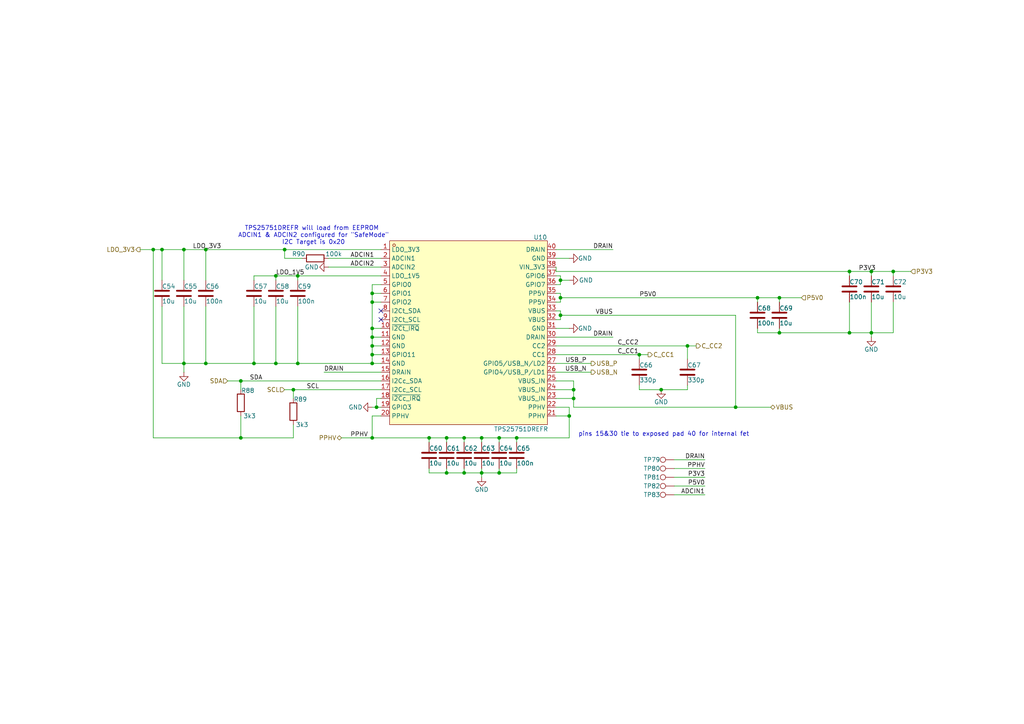
<source format=kicad_sch>
(kicad_sch (version 20250114) (generator "eeschema") (generator_version "9.0")
  (paper "A4")
  (lib_symbols
    (symbol "Connector:TestPoint" (pin_numbers (hide yes)) (pin_names (offset 0.762) (hide yes))
      (property "Reference" "TP" (at 0 6.858 0))
      (property "Value" "TestPoint" (at 0 5.08 0))
      (symbol "TestPoint_0_1"
        (circle (center 0 3.302) (radius 0.762))
      )
      (symbol "TestPoint_1_1"
        (pin passive line (at 0 0 90) (length 2.54) (name "1") (number "1"))
      )
    )
    (symbol "Device:C" (pin_numbers (hide yes)) (pin_names (offset 0.254))
      (property "Reference" "C" (at 0.635 2.54 0))
      (property "Value" "C" (at 0.635 -2.54 0))
      (symbol "C_0_1"
        (polyline (pts (xy -2.032 0.762) (xy 2.032 0.762)) (stroke (width 0.508)))
        (polyline (pts (xy -2.032 -0.762) (xy 2.032 -0.762)) (stroke (width 0.508)))
      )
      (symbol "C_1_1"
        (pin passive line (at 0 3.81 270) (length 2.794) (name "~") (number "1"))
        (pin passive line (at 0 -3.81 90) (length 2.794) (name "~") (number "2"))
      )
    )
    (symbol "Device:R" (pin_numbers (hide yes)) (pin_names (offset 0))
      (property "Reference" "R" (at 2.032 0 90))
      (property "Value" "R" (at 0 0 90))
      (symbol "R_0_1"
        (rectangle (start -1.016 -2.54) (end 1.016 2.54) (stroke (width 0.254)))
      )
      (symbol "R_1_1"
        (pin passive line (at 0 3.81 270) (length 1.27) (name "~") (number "1"))
        (pin passive line (at 0 -3.81 90) (length 1.27) (name "~") (number "2"))
      )
    )
    (symbol "TPS25751DREFR:TPS25751DREFR"
      (property "Reference" "U" (at 0 29.21 0))
      (property "Value" "TPS25751DREFR" (at 0 -29.21 0))
      (symbol "TPS25751DREFR_0_1"
        (rectangle (start -22.86 26.67) (end 22.86 -26.67) (fill (type background)))
        (circle (center -21.59 25.4) (radius 0.38))
        (pin unspecified line (at -25.4 24.13 0) (length 2.54) (name "LDO_3V3") (number "1"))
        (pin unspecified line (at -25.4 21.59 0) (length 2.54) (name "ADCIN1") (number "2"))
        (pin unspecified line (at -25.4 19.05 0) (length 2.54) (name "ADCIN2") (number "3"))
        (pin unspecified line (at -25.4 16.51 0) (length 2.54) (name "LDO_1V5") (number "4"))
        (pin unspecified line (at -25.4 13.97 0) (length 2.54) (name "GPIO0") (number "5"))
        (pin unspecified line (at -25.4 11.43 0) (length 2.54) (name "GPIO1") (number "6"))
        (pin unspecified line (at -25.4 8.89 0) (length 2.54) (name "GPIO2") (number "7"))
        (pin unspecified line (at -25.4 6.35 0) (length 2.54) (name "I2Ct_SDA") (number "8"))
        (pin unspecified line (at -25.4 3.81 0) (length 2.54) (name "I2Ct_SCL") (number "9"))
        (pin unspecified line (at -25.4 1.27 0) (length 2.54) (name "~{I2Ct_IRQ}") (number "10"))
        (pin unspecified line (at -25.4 -1.27 0) (length 2.54) (name "GND") (number "11"))
        (pin unspecified line (at -25.4 -3.81 0) (length 2.54) (name "GND") (number "12"))
        (pin unspecified line (at -25.4 -6.35 0) (length 2.54) (name "GPIO11") (number "13"))
        (pin unspecified line (at -25.4 -8.89 0) (length 2.54) (name "GND") (number "14"))
        (pin unspecified line (at -25.4 -11.43 0) (length 2.54) (name "DRAIN") (number "15"))
        (pin unspecified line (at -25.4 -13.97 0) (length 2.54) (name "I2Cc_SDA") (number "16"))
        (pin unspecified line (at -25.4 -16.51 0) (length 2.54) (name "I2Cc_SCL") (number "17"))
        (pin unspecified line (at -25.4 -19.05 0) (length 2.54) (name "~{I2Cc_IRQ}") (number "18"))
        (pin unspecified line (at -25.4 -21.59 0) (length 2.54) (name "GPIO3") (number "19"))
        (pin unspecified line (at 25.4 24.13 180) (length 2.54) (name "DRAIN") (number "40"))
        (pin unspecified line (at 25.4 21.59 180) (length 2.54) (name "GND") (number "39"))
        (pin unspecified line (at 25.4 19.05 180) (length 2.54) (name "VIN_3V3") (number "38"))
        (pin unspecified line (at 25.4 16.51 180) (length 2.54) (name "GPIO6") (number "37"))
        (pin unspecified line (at 25.4 13.97 180) (length 2.54) (name "GPIO7") (number "36"))
        (pin unspecified line (at 25.4 8.89 180) (length 2.54) (name "PP5V") (number "34"))
        (pin unspecified line (at 25.4 3.81 180) (length 2.54) (name "VBUS") (number "32"))
        (pin unspecified line (at 25.4 1.27 180) (length 2.54) (name "GND") (number "31"))
        (pin unspecified line (at 25.4 -1.27 180) (length 2.54) (name "DRAIN") (number "30"))
        (pin unspecified line (at 25.4 -3.81 180) (length 2.54) (name "CC2") (number "29"))
        (pin unspecified line (at 25.4 -6.35 180) (length 2.54) (name "CC1") (number "28"))
        (pin unspecified line (at 25.4 -8.89 180) (length 2.54) (name "GPIO5/USB_N/LD2") (number "27"))
        (pin unspecified line (at 25.4 -11.43 180) (length 2.54) (name "GPIO4/USB_P/LD1") (number "26"))
        (pin unspecified line (at 25.4 -24.13 180) (length 2.54) (name "PPHV") (number "21"))
      )
      (symbol "TPS25751DREFR_1_1"
        (pin unspecified line (at -25.4 -24.13 0) (length 2.54) (name "PPHV") (number "20"))
        (pin unspecified line (at 25.4 11.43 180) (length 2.54) (name "PP5V") (number "35"))
        (pin unspecified line (at 25.4 6.35 180) (length 2.54) (name "VBUS") (number "33"))
        (pin unspecified line (at 25.4 -13.97 180) (length 2.54) (name "VBUS_IN") (number "25"))
        (pin unspecified line (at 25.4 -16.51 180) (length 2.54) (name "VBUS_IN") (number "24"))
        (pin unspecified line (at 25.4 -19.05 180) (length 2.54) (name "VBUS_IN") (number "23"))
        (pin unspecified line (at 25.4 -21.59 180) (length 2.54) (name "PPHV") (number "22"))
      )
    )
    (symbol "power:GND" (power) (pin_numbers (hide yes)) (pin_names (offset 0) (hide yes))
      (property "Value" "GND" (at 0 -3.81 0))
      (symbol "GND_0_1"
        (polyline (pts (xy 0 0) (xy 0 -1.27) (xy 1.27 -1.27) (xy 0 -2.54) (xy -1.27 -1.27) (xy 0 -1.27)))
      )
      (symbol "GND_1_1"
        (pin power_in line (at 0 0 270) (length 0) (name "~") (number "1"))
      )
    )
  )
  (text "pins 15&30 tie to exposed pad 40 for internal fet" (at 192.532 125.984 0) (effects (font (size 1.27 1.27))))
  (text "ADCIN1 & ADCIN2 configured for \"SafeMode\"\nI2C Target is 0x20" (at 90.932 69.342 0) (effects (font (size 1.27 1.27))))
  (text "TPS25751DREFR will load from EEPROM" (at 90.424 66.294 0) (effects (font (size 1.27 1.27))))
  (junction (at 166.37 113.03))
  (junction (at 185.42 102.87))
  (junction (at 199.39 100.33))
  (junction (at 109.22 118.11))
  (junction (at 165.1 120.65))
  (junction (at 144.78 137.16))
  (junction (at 86.36 80.01))
  (junction (at 59.69 105.41))
  (junction (at 129.54 137.16))
  (junction (at 85.09 113.03))
  (junction (at 246.38 96.52))
  (junction (at 252.73 78.74))
  (junction (at 107.95 97.79))
  (junction (at 73.66 105.41))
  (junction (at 139.7 137.16))
  (junction (at 246.38 78.74))
  (junction (at 107.95 87.63))
  (junction (at 80.01 105.41))
  (junction (at 139.7 127))
  (junction (at 82.55 72.39))
  (junction (at 213.36 118.11))
  (junction (at 162.56 91.44))
  (junction (at 191.77 113.03))
  (junction (at 162.56 86.36))
  (junction (at 44.45 72.39))
  (junction (at 69.85 110.49))
  (junction (at 252.73 96.52))
  (junction (at 149.86 127))
  (junction (at 107.95 105.41))
  (junction (at 134.62 137.16))
  (junction (at 129.54 127))
  (junction (at 86.36 105.41))
  (junction (at 53.34 105.41))
  (junction (at 107.95 100.33))
  (junction (at 124.46 127))
  (junction (at 107.95 95.25))
  (junction (at 259.08 78.74))
  (junction (at 134.62 127))
  (junction (at 80.01 80.01))
  (junction (at 162.56 81.28))
  (junction (at 107.95 127))
  (junction (at 59.69 72.39))
  (junction (at 107.95 85.09))
  (junction (at 144.78 127))
  (junction (at 107.95 102.87))
  (junction (at 166.37 115.57))
  (junction (at 226.06 96.52))
  (junction (at 219.71 86.36))
  (junction (at 226.06 86.36))
  (junction (at 46.99 72.39))
  (junction (at 53.34 72.39))
  (junction (at 69.85 127))
  (no_connect (at 110.49 90.17))
  (no_connect (at 110.49 92.71))
  (wire (pts (xy 165.1 120.65) (xy 165.1 118.11)))
  (wire (pts (xy 59.69 88.9) (xy 59.69 105.41)))
  (wire (pts (xy 246.38 96.52) (xy 226.06 96.52)))
  (wire (pts (xy 110.49 87.63) (xy 107.95 87.63)))
  (wire (pts (xy 85.09 113.03) (xy 110.49 113.03)))
  (wire (pts (xy 149.86 135.89) (xy 149.86 137.16)))
  (wire (pts (xy 246.38 96.52) (xy 252.73 96.52)))
  (wire (pts (xy 161.29 95.25) (xy 165.1 95.25)))
  (wire (pts (xy 219.71 86.36) (xy 219.71 87.63)))
  (wire (pts (xy 219.71 95.25) (xy 219.71 96.52)))
  (wire (pts (xy 73.66 88.9) (xy 73.66 105.41)))
  (wire (pts (xy 162.56 86.36) (xy 162.56 87.63)))
  (wire (pts (xy 161.29 82.55) (xy 162.56 82.55)))
  (wire (pts (xy 161.29 78.74) (xy 246.38 78.74)))
  (wire (pts (xy 99.06 127) (xy 107.95 127)))
  (wire (pts (xy 59.69 105.41) (xy 73.66 105.41)))
  (wire (pts (xy 124.46 137.16) (xy 129.54 137.16)))
  (wire (pts (xy 134.62 135.89) (xy 134.62 137.16)))
  (wire (pts (xy 110.49 97.79) (xy 107.95 97.79)))
  (wire (pts (xy 44.45 72.39) (xy 46.99 72.39)))
  (wire (pts (xy 134.62 127) (xy 139.7 127)))
  (wire (pts (xy 259.08 78.74) (xy 259.08 80.01)))
  (wire (pts (xy 162.56 92.71) (xy 162.56 91.44)))
  (wire (pts (xy 107.95 100.33) (xy 110.49 100.33)))
  (wire (pts (xy 149.86 137.16) (xy 144.78 137.16)))
  (wire (pts (xy 85.09 123.19) (xy 85.09 127)))
  (wire (pts (xy 110.49 115.57) (xy 109.22 115.57)))
  (wire (pts (xy 204.47 135.89) (xy 195.58 135.89)))
  (wire (pts (xy 161.29 102.87) (xy 185.42 102.87)))
  (wire (pts (xy 191.77 113.03) (xy 199.39 113.03)))
  (wire (pts (xy 219.71 86.36) (xy 226.06 86.36)))
  (wire (pts (xy 107.95 85.09) (xy 107.95 82.55)))
  (wire (pts (xy 95.25 74.93) (xy 110.49 74.93)))
  (wire (pts (xy 129.54 135.89) (xy 129.54 137.16)))
  (wire (pts (xy 161.29 74.93) (xy 165.1 74.93)))
  (wire (pts (xy 259.08 78.74) (xy 264.16 78.74)))
  (wire (pts (xy 129.54 127) (xy 134.62 127)))
  (wire (pts (xy 226.06 86.36) (xy 232.41 86.36)))
  (wire (pts (xy 213.36 118.11) (xy 223.52 118.11)))
  (wire (pts (xy 246.38 78.74) (xy 246.38 80.01)))
  (wire (pts (xy 82.55 113.03) (xy 85.09 113.03)))
  (wire (pts (xy 80.01 80.01) (xy 86.36 80.01)))
  (wire (pts (xy 82.55 72.39) (xy 110.49 72.39)))
  (wire (pts (xy 46.99 72.39) (xy 46.99 81.28)))
  (wire (pts (xy 185.42 102.87) (xy 187.96 102.87)))
  (wire (pts (xy 107.95 102.87) (xy 110.49 102.87)))
  (wire (pts (xy 86.36 105.41) (xy 107.95 105.41)))
  (wire (pts (xy 124.46 127) (xy 129.54 127)))
  (wire (pts (xy 53.34 105.41) (xy 59.69 105.41)))
  (wire (pts (xy 185.42 111.76) (xy 185.42 113.03)))
  (wire (pts (xy 185.42 102.87) (xy 185.42 104.14)))
  (wire (pts (xy 53.34 88.9) (xy 53.34 105.41)))
  (wire (pts (xy 59.69 72.39) (xy 82.55 72.39)))
  (wire (pts (xy 149.86 127) (xy 165.1 127)))
  (wire (pts (xy 246.38 87.63) (xy 246.38 96.52)))
  (wire (pts (xy 252.73 87.63) (xy 252.73 96.52)))
  (wire (pts (xy 124.46 127) (xy 124.46 128.27)))
  (wire (pts (xy 73.66 105.41) (xy 80.01 105.41)))
  (wire (pts (xy 144.78 127) (xy 144.78 128.27)))
  (wire (pts (xy 162.56 80.01) (xy 162.56 81.28)))
  (wire (pts (xy 107.95 82.55) (xy 110.49 82.55)))
  (wire (pts (xy 86.36 88.9) (xy 86.36 105.41)))
  (wire (pts (xy 162.56 81.28) (xy 165.1 81.28)))
  (wire (pts (xy 246.38 78.74) (xy 252.73 78.74)))
  (wire (pts (xy 226.06 86.36) (xy 226.06 87.63)))
  (wire (pts (xy 40.64 72.39) (xy 44.45 72.39)))
  (wire (pts (xy 161.29 107.95) (xy 171.45 107.95)))
  (wire (pts (xy 110.49 85.09) (xy 107.95 85.09)))
  (wire (pts (xy 134.62 127) (xy 134.62 128.27)))
  (wire (pts (xy 44.45 127) (xy 44.45 72.39)))
  (wire (pts (xy 107.95 105.41) (xy 107.95 102.87)))
  (wire (pts (xy 161.29 87.63) (xy 162.56 87.63)))
  (wire (pts (xy 46.99 105.41) (xy 53.34 105.41)))
  (wire (pts (xy 129.54 137.16) (xy 134.62 137.16)))
  (wire (pts (xy 66.04 110.49) (xy 69.85 110.49)))
  (wire (pts (xy 162.56 85.09) (xy 162.56 86.36)))
  (wire (pts (xy 252.73 97.79) (xy 252.73 96.52)))
  (wire (pts (xy 199.39 100.33) (xy 201.93 100.33)))
  (wire (pts (xy 139.7 127) (xy 144.78 127)))
  (wire (pts (xy 69.85 127) (xy 44.45 127)))
  (wire (pts (xy 161.29 120.65) (xy 165.1 120.65)))
  (wire (pts (xy 199.39 111.76) (xy 199.39 113.03)))
  (wire (pts (xy 166.37 110.49) (xy 166.37 113.03)))
  (wire (pts (xy 80.01 81.28) (xy 80.01 80.01)))
  (wire (pts (xy 124.46 135.89) (xy 124.46 137.16)))
  (wire (pts (xy 162.56 81.28) (xy 162.56 82.55)))
  (wire (pts (xy 129.54 127) (xy 129.54 128.27)))
  (wire (pts (xy 161.29 72.39) (xy 177.8 72.39)))
  (wire (pts (xy 53.34 105.41) (xy 53.34 107.95)))
  (wire (pts (xy 110.49 107.95) (xy 93.98 107.95)))
  (wire (pts (xy 107.95 97.79) (xy 107.95 100.33)))
  (wire (pts (xy 80.01 105.41) (xy 86.36 105.41)))
  (wire (pts (xy 107.95 87.63) (xy 107.95 95.25)))
  (wire (pts (xy 161.29 90.17) (xy 162.56 90.17)))
  (wire (pts (xy 139.7 137.16) (xy 139.7 135.89)))
  (wire (pts (xy 107.95 87.63) (xy 107.95 85.09)))
  (wire (pts (xy 109.22 115.57) (xy 109.22 118.11)))
  (wire (pts (xy 110.49 105.41) (xy 107.95 105.41)))
  (wire (pts (xy 166.37 118.11) (xy 213.36 118.11)))
  (wire (pts (xy 161.29 97.79) (xy 177.8 97.79)))
  (wire (pts (xy 165.1 127) (xy 165.1 120.65)))
  (wire (pts (xy 259.08 87.63) (xy 259.08 96.52)))
  (wire (pts (xy 204.47 140.97) (xy 195.58 140.97)))
  (wire (pts (xy 204.47 133.35) (xy 195.58 133.35)))
  (wire (pts (xy 144.78 137.16) (xy 139.7 137.16)))
  (wire (pts (xy 110.49 120.65) (xy 107.95 120.65)))
  (wire (pts (xy 85.09 127) (xy 69.85 127)))
  (wire (pts (xy 144.78 127) (xy 149.86 127)))
  (wire (pts (xy 226.06 95.25) (xy 226.06 96.52)))
  (wire (pts (xy 149.86 127) (xy 149.86 128.27)))
  (wire (pts (xy 204.47 143.51) (xy 195.58 143.51)))
  (wire (pts (xy 107.95 95.25) (xy 107.95 97.79)))
  (wire (pts (xy 86.36 81.28) (xy 86.36 80.01)))
  (wire (pts (xy 134.62 137.16) (xy 139.7 137.16)))
  (wire (pts (xy 161.29 85.09) (xy 162.56 85.09)))
  (wire (pts (xy 161.29 110.49) (xy 166.37 110.49)))
  (wire (pts (xy 252.73 78.74) (xy 252.73 80.01)))
  (wire (pts (xy 162.56 91.44) (xy 213.36 91.44)))
  (wire (pts (xy 73.66 80.01) (xy 80.01 80.01)))
  (wire (pts (xy 139.7 137.16) (xy 139.7 138.43)))
  (wire (pts (xy 161.29 78.74) (xy 161.29 77.47)))
  (wire (pts (xy 85.09 113.03) (xy 85.09 115.57)))
  (wire (pts (xy 73.66 80.01) (xy 73.66 81.28)))
  (wire (pts (xy 69.85 110.49) (xy 69.85 113.03)))
  (wire (pts (xy 144.78 135.89) (xy 144.78 137.16)))
  (wire (pts (xy 82.55 74.93) (xy 82.55 72.39)))
  (wire (pts (xy 161.29 100.33) (xy 199.39 100.33)))
  (wire (pts (xy 69.85 110.49) (xy 110.49 110.49)))
  (wire (pts (xy 185.42 113.03) (xy 191.77 113.03)))
  (wire (pts (xy 162.56 91.44) (xy 162.56 90.17)))
  (wire (pts (xy 80.01 88.9) (xy 80.01 105.41)))
  (wire (pts (xy 87.63 74.93) (xy 82.55 74.93)))
  (wire (pts (xy 110.49 95.25) (xy 107.95 95.25)))
  (wire (pts (xy 107.95 120.65) (xy 107.95 127)))
  (wire (pts (xy 59.69 81.28) (xy 59.69 72.39)))
  (wire (pts (xy 161.29 92.71) (xy 162.56 92.71)))
  (wire (pts (xy 107.95 118.11) (xy 109.22 118.11)))
  (wire (pts (xy 107.95 100.33) (xy 107.95 102.87)))
  (wire (pts (xy 161.29 80.01) (xy 162.56 80.01)))
  (wire (pts (xy 219.71 96.52) (xy 226.06 96.52)))
  (wire (pts (xy 166.37 118.11) (xy 166.37 115.57)))
  (wire (pts (xy 86.36 80.01) (xy 110.49 80.01)))
  (wire (pts (xy 252.73 78.74) (xy 259.08 78.74)))
  (wire (pts (xy 53.34 72.39) (xy 59.69 72.39)))
  (wire (pts (xy 69.85 127) (xy 69.85 120.65)))
  (wire (pts (xy 107.95 127) (xy 124.46 127)))
  (wire (pts (xy 161.29 118.11) (xy 165.1 118.11)))
  (wire (pts (xy 95.25 77.47) (xy 110.49 77.47)))
  (wire (pts (xy 162.56 86.36) (xy 219.71 86.36)))
  (wire (pts (xy 53.34 81.28) (xy 53.34 72.39)))
  (wire (pts (xy 161.29 115.57) (xy 166.37 115.57)))
  (wire (pts (xy 199.39 104.14) (xy 199.39 100.33)))
  (wire (pts (xy 161.29 105.41) (xy 171.45 105.41)))
  (wire (pts (xy 46.99 72.39) (xy 53.34 72.39)))
  (wire (pts (xy 139.7 127) (xy 139.7 128.27)))
  (wire (pts (xy 161.29 113.03) (xy 166.37 113.03)))
  (wire (pts (xy 109.22 118.11) (xy 110.49 118.11)))
  (wire (pts (xy 213.36 91.44) (xy 213.36 118.11)))
  (wire (pts (xy 204.47 138.43) (xy 195.58 138.43)))
  (wire (pts (xy 166.37 113.03) (xy 166.37 115.57)))
  (wire (pts (xy 46.99 88.9) (xy 46.99 105.41)))
  (wire (pts (xy 252.73 96.52) (xy 259.08 96.52)))
  (label "ADCIN1" (at 101.6 74.93 0))
  (label "P3V3" (at 204.47 138.43 180))
  (label "P5V0" (at 185.42 86.36 0))
  (label "LDO_3V3" (at 55.88 72.39 0))
  (label "DRAIN" (at 177.8 97.79 180))
  (label "DRAIN" (at 204.47 133.35 180))
  (label "P3V3" (at 254 78.74 180))
  (label "ADCIN2" (at 101.6 77.47 0))
  (label "SCL" (at 88.9 113.03 0))
  (label "USB_N" (at 170.18 107.95 180))
  (label "USB_P" (at 170.18 105.41 180))
  (label "C_CC1" (at 179.07 102.87 0))
  (label "DRAIN" (at 177.8 72.39 180))
  (label "P5V0" (at 204.47 140.97 180))
  (label "DRAIN" (at 93.98 107.95 0))
  (label "LDO_1V5" (at 80.01 80.01 0))
  (label "PPHV" (at 101.6 127 0))
  (label "C_CC2" (at 179.07 100.33 0))
  (label "SDA" (at 72.39 110.49 0))
  (label "VBUS" (at 177.8 91.44 180))
  (label "ADCIN1" (at 204.47 143.51 180))
  (label "PPHV" (at 204.47 135.89 180))
  (hierarchical_label "P3V3" (shape input) (at 264.16 78.74 0))
  (hierarchical_label "C_CC2" (shape output) (at 201.93 100.33 0))
  (hierarchical_label "LDO_3V3" (shape output) (at 40.64 72.39 180))
  (hierarchical_label "P5V0" (shape input) (at 232.41 86.36 0))
  (hierarchical_label "VBUS" (shape bidirectional) (at 223.52 118.11 0))
  (hierarchical_label "SDA" (shape input) (at 66.04 110.49 180))
  (hierarchical_label "SCL" (shape input) (at 82.55 113.03 180))
  (hierarchical_label "C_CC1" (shape output) (at 187.96 102.87 0))
  (hierarchical_label "USB_P" (shape output) (at 171.45 105.41 0))
  (hierarchical_label "PPHV" (shape bidirectional) (at 99.06 127 180))
  (hierarchical_label "USB_N" (shape output) (at 171.45 107.95 0))
  (symbol (lib_id "Connector:TestPoint") (at 195.58 133.35 90) (unit 1)
    (property "Reference" "TP79" (at 191.516 133.35 90) (effects (justify left)))
    (property "Value" "TestPoint" (effects (hide yes)))
    (property "Description" "test point" (effects (hide yes)))
  )
  (symbol (lib_id "power:GND") (at 165.1 81.28 90) (unit 1)
    (property "Reference" "#PWR051" (effects (hide yes)))
    (property "Value" "GND" (at 167.894 81.28 90) (effects (justify right)))
    (property "Description" "Power symbol creates a global label with name \"GND\" , ground" (effects (hide yes)))
  )
  (symbol (lib_id "Device:C") (at 134.62 132.08 0) (unit 1)
    (property "Reference" "C62" (at 134.62 130.048 0) (effects (justify left)))
    (property "Value" "10u" (at 134.62 134.366 0) (effects (justify left)))
    (property "Description" "Unpolarized capacitor" (effects (hide yes)))
  )
  (symbol (lib_id "Connector:TestPoint") (at 195.58 140.97 90) (unit 1)
    (property "Reference" "TP82" (at 191.516 140.97 90) (effects (justify left)))
    (property "Value" "TestPoint" (effects (hide yes)))
    (property "Description" "test point" (effects (hide yes)))
  )
  (symbol (lib_id "power:GND") (at 165.1 95.25 90) (unit 1)
    (property "Reference" "#PWR052" (effects (hide yes)))
    (property "Value" "GND" (at 167.64 95.25 90) (effects (justify right)))
    (property "Description" "Power symbol creates a global label with name \"GND\" , ground" (effects (hide yes)))
  )
  (symbol (lib_id "Device:C") (at 59.69 85.09 0) (unit 1)
    (property "Reference" "C56" (at 59.69 83.058 0) (effects (justify left)))
    (property "Value" "100n" (at 59.69 87.376 0) (effects (justify left)))
    (property "Description" "Unpolarized capacitor" (effects (hide yes)))
  )
  (symbol (lib_id "Device:C") (at 259.08 83.82 0) (unit 1)
    (property "Reference" "C72" (at 259.08 81.788 0) (effects (justify left)))
    (property "Value" "10u" (at 259.08 86.106 0) (effects (justify left)))
    (property "Description" "Unpolarized capacitor" (effects (hide yes)))
  )
  (symbol (lib_id "Device:C") (at 46.99 85.09 0) (unit 1)
    (property "Reference" "C54" (at 46.99 83.058 0) (effects (justify left)))
    (property "Value" "10u" (at 46.99 87.376 0) (effects (justify left)))
    (property "Description" "Unpolarized capacitor" (effects (hide yes)))
  )
  (symbol (lib_id "Device:C") (at 129.54 132.08 0) (unit 1)
    (property "Reference" "C61" (at 129.54 130.048 0) (effects (justify left)))
    (property "Value" "10u" (at 129.54 134.366 0) (effects (justify left)))
    (property "Description" "Unpolarized capacitor" (effects (hide yes)))
  )
  (symbol (lib_id "Device:C") (at 226.06 91.44 0) (unit 1)
    (property "Reference" "C69" (at 226.06 89.408 0) (effects (justify left)))
    (property "Value" "10u" (at 226.06 93.726 0) (effects (justify left)))
    (property "Description" "Unpolarized capacitor" (effects (hide yes)))
  )
  (symbol (lib_id "power:GND") (at 165.1 74.93 90) (unit 1)
    (property "Reference" "#PWR050" (effects (hide yes)))
    (property "Value" "GND" (at 167.64 74.93 90) (effects (justify right)))
    (property "Description" "Power symbol creates a global label with name \"GND\" , ground" (effects (hide yes)))
  )
  (symbol (lib_id "Device:C") (at 199.39 107.95 0) (unit 1)
    (property "Reference" "C67" (at 199.39 105.918 0) (effects (justify left)))
    (property "Value" "330p" (at 199.39 110.236 0) (effects (justify left)))
    (property "Description" "Unpolarized capacitor" (effects (hide yes)))
  )
  (symbol (lib_id "Device:R") (at 85.09 119.38 0) (mirror y) (unit 1)
    (property "Reference" "R89" (at 87.122 115.824 0))
    (property "Value" "3k3" (at 87.63 123.19 0))
    (property "Description" "Resistor" (effects (hide yes)))
  )
  (symbol (lib_id "power:GND") (at 53.34 107.95 0) (unit 1)
    (property "Reference" "#PWR046" (effects (hide yes)))
    (property "Value" "GND" (at 55.372 111.506 0) (effects (justify right)))
    (property "Description" "Power symbol creates a global label with name \"GND\" , ground" (effects (hide yes)))
  )
  (symbol (lib_id "power:GND") (at 95.25 77.47 270) (unit 1)
    (property "Reference" "#PWR047" (effects (hide yes)))
    (property "Value" "GND" (at 92.456 77.47 90) (effects (justify right)))
    (property "Description" "Power symbol creates a global label with name \"GND\" , ground" (effects (hide yes)))
  )
  (symbol (lib_id "power:GND") (at 107.95 118.11 270) (unit 1)
    (property "Reference" "#PWR048" (effects (hide yes)))
    (property "Value" "GND" (at 105.156 118.11 90) (effects (justify right)))
    (property "Description" "Power symbol creates a global label with name \"GND\" , ground" (effects (hide yes)))
  )
  (symbol (lib_id "Device:C") (at 73.66 85.09 0) (unit 1)
    (property "Reference" "C57" (at 73.66 83.058 0) (effects (justify left)))
    (property "Value" "10u" (at 73.66 87.376 0) (effects (justify left)))
    (property "Description" "Unpolarized capacitor" (effects (hide yes)))
  )
  (symbol (lib_id "Connector:TestPoint") (at 195.58 143.51 90) (unit 1)
    (property "Reference" "TP83" (at 191.516 143.51 90) (effects (justify left)))
    (property "Value" "TestPoint" (effects (hide yes)))
    (property "Description" "test point" (effects (hide yes)))
  )
  (symbol (lib_id "Device:C") (at 144.78 132.08 0) (unit 1)
    (property "Reference" "C64" (at 144.78 130.048 0) (effects (justify left)))
    (property "Value" "10u" (at 144.78 134.366 0) (effects (justify left)))
    (property "Description" "Unpolarized capacitor" (effects (hide yes)))
  )
  (symbol (lib_id "Device:R") (at 91.44 74.93 90) (unit 1)
    (property "Reference" "R90" (at 86.614 73.66 90))
    (property "Value" "100k" (at 96.774 73.66 90))
    (property "Description" "Resistor" (effects (hide yes)))
  )
  (symbol (lib_id "Device:C") (at 185.42 107.95 0) (unit 1)
    (property "Reference" "C66" (at 185.42 105.918 0) (effects (justify left)))
    (property "Value" "330p" (at 185.42 110.236 0) (effects (justify left)))
    (property "Description" "Unpolarized capacitor" (effects (hide yes)))
  )
  (symbol (lib_id "Device:C") (at 124.46 132.08 0) (unit 1)
    (property "Reference" "C60" (at 124.46 130.048 0) (effects (justify left)))
    (property "Value" "10u" (at 124.46 134.366 0) (effects (justify left)))
    (property "Description" "Unpolarized capacitor" (effects (hide yes)))
  )
  (symbol (lib_id "Device:C") (at 53.34 85.09 0) (unit 1)
    (property "Reference" "C55" (at 53.34 83.058 0) (effects (justify left)))
    (property "Value" "10u" (at 53.34 87.376 0) (effects (justify left)))
    (property "Description" "Unpolarized capacitor" (effects (hide yes)))
  )
  (symbol (lib_id "Device:C") (at 219.71 91.44 0) (unit 1)
    (property "Reference" "C68" (at 219.71 89.408 0) (effects (justify left)))
    (property "Value" "100n" (at 219.71 93.726 0) (effects (justify left)))
    (property "Description" "Unpolarized capacitor" (effects (hide yes)))
  )
  (symbol (lib_id "Device:R") (at 69.85 116.84 0) (mirror y) (unit 1)
    (property "Reference" "R88" (at 71.882 113.284 0))
    (property "Value" "3k3" (at 72.39 120.65 0))
    (property "Description" "Resistor" (effects (hide yes)))
  )
  (symbol (lib_id "Device:C") (at 139.7 132.08 0) (unit 1)
    (property "Reference" "C63" (at 139.7 130.048 0) (effects (justify left)))
    (property "Value" "10u" (at 139.7 134.366 0) (effects (justify left)))
    (property "Description" "Unpolarized capacitor" (effects (hide yes)))
  )
  (symbol (lib_id "power:GND") (at 139.7 138.43 0) (unit 1)
    (property "Reference" "#PWR049" (effects (hide yes)))
    (property "Value" "GND" (at 141.732 141.986 0) (effects (justify right)))
    (property "Description" "Power symbol creates a global label with name \"GND\" , ground" (effects (hide yes)))
  )
  (symbol (lib_id "Device:C") (at 252.73 83.82 0) (unit 1)
    (property "Reference" "C71" (at 252.73 81.788 0) (effects (justify left)))
    (property "Value" "10u" (at 252.73 86.106 0) (effects (justify left)))
    (property "Description" "Unpolarized capacitor" (effects (hide yes)))
  )
  (symbol (lib_id "Device:C") (at 246.38 83.82 0) (unit 1)
    (property "Reference" "C70" (at 246.38 81.788 0) (effects (justify left)))
    (property "Value" "100n" (at 246.38 86.106 0) (effects (justify left)))
    (property "Description" "Unpolarized capacitor" (effects (hide yes)))
  )
  (symbol (lib_id "Device:C") (at 149.86 132.08 0) (unit 1)
    (property "Reference" "C65" (at 149.86 130.048 0) (effects (justify left)))
    (property "Value" "100n" (at 149.86 134.366 0) (effects (justify left)))
    (property "Description" "Unpolarized capacitor" (effects (hide yes)))
  )
  (symbol (lib_id "Connector:TestPoint") (at 195.58 138.43 90) (unit 1)
    (property "Reference" "TP81" (at 191.516 138.43 90) (effects (justify left)))
    (property "Value" "TestPoint" (effects (hide yes)))
    (property "Description" "test point" (effects (hide yes)))
  )
  (symbol (lib_id "TPS25751DREFR:TPS25751DREFR") (at 135.89 96.52 0) (unit 1)
    (property "Reference" "U10" (at 156.718 68.834 0))
    (property "Value" "TPS25751DREFR" (at 151.13 124.46 0))
    (property "Footprint" "easyeda2kicad:QFN-38_L6.0-W4.0-P0.40-TL-EP_TI_REF0038A" (effects (hide yes)))
    (property "LCSC Part" "C30169739" (effects (hide yes)))
  )
  (symbol (lib_id "Connector:TestPoint") (at 195.58 135.89 90) (unit 1)
    (property "Reference" "TP80" (at 191.516 135.89 90) (effects (justify left)))
    (property "Value" "TestPoint" (effects (hide yes)))
    (property "Description" "test point" (effects (hide yes)))
  )
  (symbol (lib_id "Device:C") (at 86.36 85.09 0) (unit 1)
    (property "Reference" "C59" (at 86.36 83.058 0) (effects (justify left)))
    (property "Value" "100n" (at 86.36 87.376 0) (effects (justify left)))
    (property "Description" "Unpolarized capacitor" (effects (hide yes)))
  )
  (symbol (lib_id "power:GND") (at 191.77 113.03 0) (unit 1)
    (property "Reference" "#PWR053" (effects (hide yes)))
    (property "Value" "GND" (at 193.802 116.586 0) (effects (justify right)))
    (property "Description" "Power symbol creates a global label with name \"GND\" , ground" (effects (hide yes)))
  )
  (symbol (lib_id "power:GND") (at 252.73 97.79 0) (unit 1)
    (property "Reference" "#PWR054" (effects (hide yes)))
    (property "Value" "GND" (at 254.762 101.346 0) (effects (justify right)))
    (property "Description" "Power symbol creates a global label with name \"GND\" , ground" (effects (hide yes)))
  )
  (symbol (lib_id "Device:C") (at 80.01 85.09 0) (unit 1)
    (property "Reference" "C58" (at 80.01 83.058 0) (effects (justify left)))
    (property "Value" "10u" (at 80.01 87.376 0) (effects (justify left)))
    (property "Description" "Unpolarized capacitor" (effects (hide yes)))
  )
)
</source>
